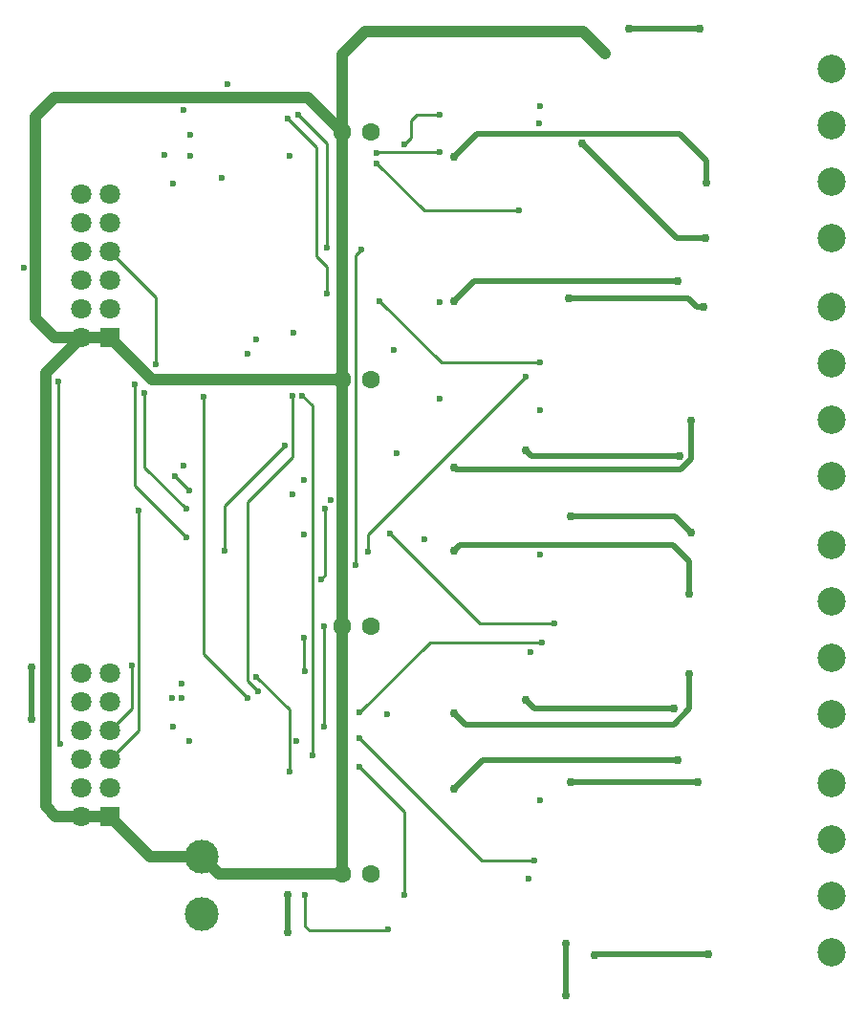
<source format=gbl>
G04 Layer: BottomLayer*
G04 EasyEDA v6.4.7, 2020-11-03T11:21:11+01:00*
G04 e0ef41b2cc3c4505ab9108ec2d5a37c9,9bd7e35f881f4a88a1d5770e7942d247,10*
G04 Gerber Generator version 0.2*
G04 Scale: 100 percent, Rotated: No, Reflected: No *
G04 Dimensions in millimeters *
G04 leading zeros omitted , absolute positions ,3 integer and 3 decimal *
%FSLAX33Y33*%
%MOMM*%
G90*
D02*

%ADD10C,0.254000*%
%ADD11C,0.499999*%
%ADD12C,0.999998*%
%ADD13C,0.599999*%
%ADD14C,0.750011*%
%ADD17C,1.599997*%
%ADD18C,2.499995*%
%ADD19C,1.799996*%
%ADD20R,1.799996X1.799996*%
%ADD21C,2.999994*%

%LPD*%
G54D10*
G01X39497Y30885D02*
G01X35560Y34822D01*
G01X35560Y57555D01*
G01X44323Y57682D02*
G01X45212Y56793D01*
G01X45212Y25805D01*
G01X45974Y41426D02*
G01X46355Y41807D01*
G01X46355Y47649D01*
G01X44577Y33298D02*
G01X44450Y33425D01*
G01X44450Y36219D01*
G54D11*
G01X57785Y43946D02*
G01X58313Y44474D01*
G01X77195Y44474D01*
G01X78613Y43057D01*
G01X78613Y40136D01*
G54D10*
G01X40386Y31520D02*
G01X39497Y32409D01*
G01X39497Y48284D01*
G01X43434Y52221D01*
G01X43434Y57682D01*
G01X43180Y24408D02*
G01X43180Y29869D01*
G01X40259Y32790D01*
G01X51943Y10438D02*
G01X51816Y10311D01*
G01X44958Y10311D01*
G01X44577Y10692D01*
G01X44577Y13486D01*
G01X53340Y13486D02*
G01X53340Y20852D01*
G01X49403Y24789D01*
G01X64897Y16534D02*
G01X60198Y16534D01*
G01X49403Y27329D01*
G01X66675Y37489D02*
G01X60070Y37489D01*
G01X52070Y45490D01*
G01X64135Y59333D02*
G01X50165Y45363D01*
G01X50165Y43839D01*
G01X65532Y35838D02*
G01X55626Y35838D01*
G01X49403Y29615D01*
G01X49530Y70636D02*
G01X49022Y70128D01*
G01X49022Y42696D01*
G01X42799Y53237D02*
G01X37465Y47903D01*
G01X37465Y43966D01*
G01X46228Y37235D02*
G01X46228Y28345D01*
G01X43053Y82193D02*
G01X45593Y79653D01*
G01X45593Y70001D01*
G01X46482Y69112D01*
G01X46482Y66699D01*
G01X51181Y66064D02*
G01X56642Y60603D01*
G01X65405Y60603D01*
G01X43942Y82574D02*
G01X46482Y80034D01*
G01X46482Y70763D01*
G01X50927Y78256D02*
G01X55117Y74065D01*
G01X63500Y74065D01*
G01X50927Y79145D02*
G01X51054Y79272D01*
G01X56515Y79272D01*
G01X53340Y79907D02*
G01X53975Y80542D01*
G01X53975Y82066D01*
G01X54483Y82574D01*
G01X56515Y82574D01*
G01X27305Y25532D02*
G01X29845Y28072D01*
G01X29845Y47522D01*
G01X29210Y33806D02*
G01X29210Y29975D01*
G01X27304Y28070D01*
G01X33020Y50570D02*
G01X34290Y49300D01*
G01X27304Y70488D02*
G01X31369Y66423D01*
G01X31369Y60476D01*
G01X34036Y47649D02*
G01X30353Y51332D01*
G01X30353Y57936D01*
G01X34036Y45109D02*
G01X29464Y49681D01*
G01X29464Y58698D01*
G01X22860Y26821D02*
G01X22733Y26948D01*
G01X22733Y58952D01*
G54D11*
G01X78486Y66298D02*
G01X79248Y65536D01*
G01X79883Y65536D01*
G01X67945Y66298D02*
G01X78486Y66298D01*
G01X57785Y66044D02*
G01X59563Y67822D01*
G01X77597Y67822D01*
G54D12*
G01X47879Y59143D02*
G01X47879Y37257D01*
G54D11*
G01X70231Y8132D02*
G01X70358Y8259D01*
G01X80264Y8259D01*
G01X57785Y22864D02*
G01X60325Y25404D01*
G01X77597Y25404D01*
G01X68072Y23499D02*
G01X79375Y23499D01*
G01X64135Y30738D02*
G01X64897Y29976D01*
G01X77216Y29976D01*
G01X57785Y29595D02*
G01X58801Y28579D01*
G01X77216Y28579D01*
G01X78613Y29976D01*
G01X78613Y33024D01*
G01X68072Y46994D02*
G01X77343Y46994D01*
G01X78740Y45597D01*
G01X64135Y52836D02*
G01X64622Y52348D01*
G01X77724Y52348D01*
G01X57785Y51312D02*
G01X57912Y51185D01*
G01X77851Y51185D01*
G01X78740Y52074D01*
G01X78740Y55503D01*
G01X69088Y80014D02*
G01X77470Y71632D01*
G01X80010Y71632D01*
G01X57785Y78871D02*
G01X59817Y80903D01*
G01X77724Y80903D01*
G01X80137Y78490D01*
G01X80137Y76585D01*
G01X73279Y90174D02*
G01X79502Y90174D01*
G01X67691Y4576D02*
G01X67691Y9148D01*
G01X20320Y29087D02*
G01X20320Y33659D01*
G01X43053Y13466D02*
G01X43053Y10164D01*
G54D12*
G01X47879Y37257D02*
G01X47879Y15371D01*
G01X47879Y81030D02*
G01X47879Y87888D01*
G01X49911Y89920D01*
G01X55244Y89920D01*
G01X55244Y89920D02*
G01X69215Y89920D01*
G01X71120Y88015D01*
G01X47879Y81030D02*
G01X47879Y59143D01*
G01X47879Y81030D02*
G01X44831Y84078D01*
G01X22352Y84078D01*
G01X20701Y82427D01*
G01X20701Y64520D01*
G01X22353Y62868D01*
G01X24764Y62868D01*
G01X35433Y16895D02*
G01X36957Y15371D01*
G01X47879Y15371D01*
G01X27303Y20451D02*
G01X30859Y16895D01*
G01X35433Y16895D01*
G01X24764Y62868D02*
G01X21590Y59693D01*
G01X21590Y21340D01*
G01X22479Y20451D01*
G01X27303Y20451D01*
G01X27303Y62869D02*
G01X31029Y59143D01*
G01X47879Y59143D01*
G01X24765Y62869D02*
G01X27305Y62869D01*
G54D17*
G01X47879Y59143D03*
G01X50419Y59143D03*
G01X47879Y81030D03*
G01X50419Y81030D03*
G01X47879Y15371D03*
G01X50419Y15371D03*
G01X47879Y37257D03*
G01X50419Y37257D03*
G54D18*
G01X91186Y86624D03*
G01X91186Y81624D03*
G01X91186Y76624D03*
G01X91186Y71624D03*
G01X91186Y23378D03*
G01X91186Y18378D03*
G01X91186Y13378D03*
G01X91186Y8378D03*
G01X91186Y44460D03*
G01X91186Y39460D03*
G01X91186Y34460D03*
G01X91186Y29460D03*
G01X91186Y65542D03*
G01X91186Y60542D03*
G01X91186Y55542D03*
G01X91186Y50542D03*
G54D19*
G01X24765Y33150D03*
G01X27305Y33152D03*
G01X24764Y30610D03*
G01X27305Y30612D03*
G01X24764Y28070D03*
G01X27304Y28070D03*
G01X24764Y25530D03*
G01X27305Y25532D03*
G01X24764Y22990D03*
G01X27305Y22992D03*
G01X24764Y20450D03*
G54D20*
G01X27303Y20451D03*
G54D19*
G01X24765Y75568D03*
G01X27305Y75570D03*
G01X24764Y73028D03*
G01X27305Y73030D03*
G01X24764Y70488D03*
G01X27304Y70488D03*
G01X24764Y67948D03*
G01X27305Y67950D03*
G01X24764Y65408D03*
G01X27305Y65410D03*
G01X24764Y62868D03*
G54D20*
G01X27303Y62869D03*
G54D21*
G01X35433Y16895D03*
G01X35433Y11815D03*
G54D14*
G01X71120Y88015D03*
G01X55245Y89920D03*
G01X43053Y13466D03*
G01X43053Y10164D03*
G01X20320Y29087D03*
G01X20320Y33659D03*
G01X67691Y4576D03*
G01X67691Y9148D03*
G01X73279Y90174D03*
G01X79502Y90174D03*
G01X57785Y78871D03*
G01X80137Y76585D03*
G01X69088Y80014D03*
G01X80010Y71632D03*
G01X67945Y66298D03*
G01X79883Y65536D03*
G01X57785Y66044D03*
G01X77597Y67822D03*
G01X57785Y51312D03*
G01X78740Y55503D03*
G01X64135Y52836D03*
G01X77724Y52348D03*
G01X68072Y46994D03*
G01X78740Y45597D03*
G01X57785Y43946D03*
G01X78613Y40136D03*
G01X57785Y29595D03*
G01X78613Y33024D03*
G01X64135Y30738D03*
G01X77216Y29976D03*
G01X68072Y23499D03*
G01X79375Y23499D03*
G01X57785Y22864D03*
G01X77597Y25404D03*
G01X70231Y8132D03*
G01X80264Y8259D03*
G54D13*
G01X33655Y32155D03*
G01X19685Y68985D03*
G01X32766Y30885D03*
G01X32893Y28345D03*
G01X33655Y30885D03*
G01X22860Y26821D03*
G01X22733Y58952D03*
G01X34036Y45109D03*
G01X29464Y58698D03*
G01X34036Y47649D03*
G01X30353Y57936D03*
G01X31369Y60476D03*
G01X33020Y50570D03*
G01X34290Y49300D03*
G01X29210Y33806D03*
G01X29845Y47522D03*
G01X33782Y51459D03*
G01X34290Y27075D03*
G01X65405Y83336D03*
G01X43180Y78891D03*
G01X53340Y79907D03*
G01X56515Y82574D03*
G01X50927Y79145D03*
G01X56515Y79272D03*
G01X44323Y57682D03*
G01X45212Y25805D03*
G01X50927Y78256D03*
G01X63500Y74065D03*
G01X43942Y82574D03*
G01X46482Y70763D03*
G01X51181Y66064D03*
G01X65405Y60603D03*
G01X43053Y82193D03*
G01X46482Y66699D03*
G01X56515Y65937D03*
G01X37719Y85241D03*
G01X56515Y57428D03*
G01X46228Y37235D03*
G01X46228Y28345D03*
G01X33782Y82955D03*
G01X65405Y56412D03*
G01X65278Y81812D03*
G01X42799Y53237D03*
G01X37465Y43966D03*
G01X49530Y70636D03*
G01X49022Y42696D03*
G01X32893Y76478D03*
G01X65405Y43585D03*
G01X65532Y35838D03*
G01X49403Y29615D03*
G01X43815Y27075D03*
G01X64135Y59333D03*
G01X50165Y43839D03*
G01X66675Y37489D03*
G01X52070Y45490D03*
G01X64897Y16534D03*
G01X49403Y27329D03*
G01X43434Y48919D03*
G01X65405Y21868D03*
G01X40386Y31520D03*
G01X53340Y13486D03*
G01X49403Y24789D03*
G01X44450Y45363D03*
G01X44450Y50189D03*
G01X64389Y14883D03*
G01X52705Y52602D03*
G01X43561Y63270D03*
G01X43561Y63270D03*
G01X51943Y10438D03*
G01X44577Y13486D03*
G01X43180Y24408D03*
G01X40259Y32790D03*
G01X43434Y57682D03*
G01X39497Y61365D03*
G01X44577Y33298D03*
G01X44450Y36219D03*
G01X45974Y41426D03*
G01X46355Y47649D03*
G01X51816Y29488D03*
G01X46863Y48411D03*
G01X40259Y62635D03*
G01X39497Y30885D03*
G01X35560Y57555D03*
G01X35560Y57555D03*
G01X34417Y78891D03*
G01X55118Y44982D03*
G01X32131Y79018D03*
G01X34417Y80796D03*
G01X64516Y34949D03*
G01X52451Y61746D03*
G01X37211Y76986D03*
M00*
M02*

</source>
